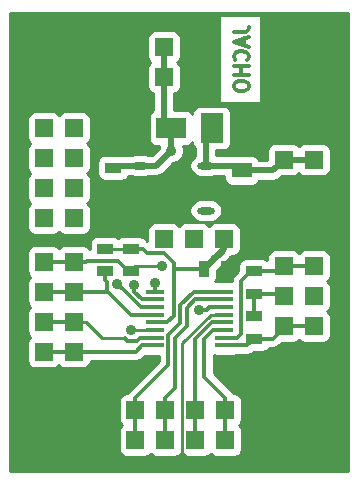
<source format=gbr>
G04 #@! TF.FileFunction,Copper,L2,Bot,Signal*
%FSLAX46Y46*%
G04 Gerber Fmt 4.6, Leading zero omitted, Abs format (unit mm)*
G04 Created by KiCad (PCBNEW 0.201503251001+5534~22~ubuntu14.04.1-product) date St 25. březen 2015, 23:52:07 CET*
%MOMM*%
G01*
G04 APERTURE LIST*
%ADD10C,0.300000*%
%ADD11R,1.524000X1.524000*%
%ADD12C,6.000000*%
%ADD13O,1.473200X0.609600*%
%ADD14R,1.397000X0.889000*%
%ADD15R,1.699260X1.300480*%
%ADD16R,2.499360X1.800860*%
%ADD17R,0.889000X1.397000*%
%ADD18R,1.950720X2.499360*%
%ADD19R,1.500000X0.450000*%
%ADD20C,0.889000*%
%ADD21C,0.500000*%
%ADD22C,0.254000*%
G04 APERTURE END LIST*
D10*
X19894952Y38087333D02*
X20780667Y38087333D01*
X20957810Y38146381D01*
X21075905Y38264476D01*
X21134952Y38441619D01*
X21134952Y38559714D01*
X20780667Y37555905D02*
X20780667Y36965428D01*
X21134952Y37674000D02*
X19894952Y37260666D01*
X21134952Y36847333D01*
X21016857Y35725428D02*
X21075905Y35784476D01*
X21134952Y35961619D01*
X21134952Y36079714D01*
X21075905Y36256857D01*
X20957810Y36374952D01*
X20839714Y36434000D01*
X20603524Y36493048D01*
X20426381Y36493048D01*
X20190190Y36434000D01*
X20072095Y36374952D01*
X19954000Y36256857D01*
X19894952Y36079714D01*
X19894952Y35961619D01*
X19954000Y35784476D01*
X20013048Y35725428D01*
X21134952Y35194000D02*
X19894952Y35194000D01*
X20485429Y35194000D02*
X20485429Y34485428D01*
X21134952Y34485428D02*
X19894952Y34485428D01*
X19894952Y33658761D02*
X19894952Y33422571D01*
X19954000Y33304476D01*
X20072095Y33186380D01*
X20308286Y33127333D01*
X20721619Y33127333D01*
X20957810Y33186380D01*
X21075905Y33304476D01*
X21134952Y33422571D01*
X21134952Y33658761D01*
X21075905Y33776857D01*
X20957810Y33894952D01*
X20721619Y33954000D01*
X20308286Y33954000D01*
X20072095Y33894952D01*
X19954000Y33776857D01*
X19894952Y33658761D01*
D11*
X11430000Y34290000D03*
X11430000Y36830000D03*
X13970000Y34290000D03*
X13970000Y36830000D03*
X16510000Y34290000D03*
X16510000Y36830000D03*
X3810000Y13589000D03*
X6350000Y13589000D03*
X3810000Y11049000D03*
X6350000Y11049000D03*
X6350000Y18669000D03*
X3810000Y18669000D03*
X3810000Y16129000D03*
X6350000Y16129000D03*
X24130000Y29845000D03*
X26670000Y29845000D03*
X24130000Y27305000D03*
X26670000Y27305000D03*
X24130000Y24765000D03*
X26670000Y24765000D03*
X11557000Y3556000D03*
X11557000Y6096000D03*
X14097000Y3556000D03*
X14097000Y6096000D03*
X16637000Y6096000D03*
X16637000Y3556000D03*
X19177000Y6096000D03*
X19177000Y3556000D03*
X6350000Y27432000D03*
X3810000Y27432000D03*
X3810000Y24892000D03*
X6350000Y24892000D03*
X6350000Y22352000D03*
X3810000Y22352000D03*
X3810000Y29972000D03*
X6350000Y29972000D03*
X13970000Y20574000D03*
X16510000Y20574000D03*
X19050000Y20574000D03*
X24130000Y20828000D03*
X26670000Y20828000D03*
X24130000Y18288000D03*
X26670000Y18288000D03*
X24130000Y15748000D03*
X26670000Y15748000D03*
X24130000Y13208000D03*
X26670000Y13208000D03*
X24130000Y10668000D03*
X26670000Y10668000D03*
D12*
X5080000Y35560000D03*
X5080000Y5080000D03*
X25400000Y35560000D03*
X25400000Y5080000D03*
D13*
X17526000Y26797000D03*
X17526000Y25527000D03*
X17526000Y24257000D03*
X17526000Y22987000D03*
X11938000Y22987000D03*
X11938000Y24257000D03*
X11938000Y25527000D03*
X11938000Y26797000D03*
D14*
X21590000Y15938500D03*
X21590000Y17843500D03*
X21590000Y14033500D03*
X21590000Y12128500D03*
X9017000Y19748500D03*
X9017000Y17843500D03*
X11176000Y19748500D03*
X11176000Y17843500D03*
D15*
X20574000Y22887940D03*
X20574000Y26388060D03*
D16*
X10574020Y29972000D03*
X14571980Y29972000D03*
D17*
X17335500Y18034000D03*
X19240500Y18034000D03*
D18*
X21107400Y29972000D03*
X18008600Y29972000D03*
D14*
X9652000Y26606500D03*
X9652000Y24701500D03*
D19*
X19079000Y16118000D03*
X19079000Y15468000D03*
X19079000Y14818000D03*
X19079000Y14168000D03*
X19079000Y13518000D03*
X19079000Y12868000D03*
X19079000Y12218000D03*
X19079000Y11568000D03*
X13179000Y11568000D03*
X13179000Y12218000D03*
X13179000Y12868000D03*
X13179000Y13518000D03*
X13179000Y14168000D03*
X13179000Y14818000D03*
X13179000Y15468000D03*
X13179000Y16118000D03*
D20*
X14605000Y28067000D03*
X24130000Y27305000D03*
X13843000Y18288000D03*
X16930231Y14565769D03*
X11477518Y16700488D03*
X10034704Y16777689D03*
X11176000Y12890500D03*
X13208000Y16890999D03*
D10*
X13970000Y36830000D02*
X13970000Y34290000D01*
D21*
X13970000Y30573980D02*
X14571980Y29972000D01*
X13970000Y36830000D02*
X13970000Y30573980D01*
X9842500Y26797000D02*
X9652000Y26606500D01*
X11938000Y26797000D02*
X9842500Y26797000D01*
X14605000Y29938980D02*
X14571980Y29972000D01*
X14605000Y28067000D02*
X14605000Y29938980D01*
X13335000Y26797000D02*
X14605000Y28067000D01*
X11938000Y26797000D02*
X13335000Y26797000D01*
D22*
X16332198Y1651000D02*
X21971000Y1651000D01*
X21971000Y1651000D02*
X25400000Y5080000D01*
X19079000Y14168000D02*
X17928040Y14168000D01*
X17928040Y14168000D02*
X15493999Y11733959D01*
X15493999Y11733959D02*
X15493999Y2489199D01*
X15493999Y2489199D02*
X16332198Y1651000D01*
D21*
X19050000Y20574000D02*
X19050000Y19748500D01*
X19050000Y19748500D02*
X17335500Y18034000D01*
D10*
X14809448Y18040894D02*
X14816342Y18034000D01*
X14816342Y18034000D02*
X17335500Y18034000D01*
X14809448Y17837150D02*
X14809448Y18040894D01*
X14809448Y15253948D02*
X14809448Y17837150D01*
X14809448Y17837150D02*
X14809448Y18577334D01*
X14809448Y18577334D02*
X13978783Y19407999D01*
X13978783Y19407999D02*
X12515001Y19407999D01*
X12515001Y19407999D02*
X12174500Y19748500D01*
X12174500Y19748500D02*
X11176000Y19748500D01*
D22*
X17335500Y18288000D02*
X18161001Y19113501D01*
X18161001Y19113501D02*
X18605501Y19113501D01*
X19050000Y19558000D02*
X19050000Y20574000D01*
X18605501Y19113501D02*
X19050000Y19558000D01*
X9017000Y19748500D02*
X11176000Y19748500D01*
D21*
X17526000Y29489400D02*
X18008600Y29972000D01*
X17526000Y26797000D02*
X17526000Y29489400D01*
X20165060Y26797000D02*
X20574000Y26388060D01*
X17526000Y26797000D02*
X20165060Y26797000D01*
X23213060Y26388060D02*
X24130000Y27305000D01*
X20574000Y26388060D02*
X23213060Y26388060D01*
X24130000Y27305000D02*
X26670000Y27305000D01*
D10*
X17335500Y17780000D02*
X17335500Y18034000D01*
X14809448Y14098448D02*
X14809448Y15253948D01*
X14229000Y13518000D02*
X14809448Y14098448D01*
X13179000Y13518000D02*
X14229000Y13518000D01*
X17335500Y18034000D02*
X17335500Y18288000D01*
X11710281Y11978499D02*
X10883759Y11978499D01*
X13179000Y12218000D02*
X11949782Y12218000D01*
X10883759Y11978499D02*
X10644258Y12218000D01*
X11949782Y12218000D02*
X11710281Y11978499D01*
D22*
X6350000Y13589000D02*
X7366000Y13589000D01*
X7366000Y13589000D02*
X8737000Y12218000D01*
X8737000Y12218000D02*
X10644258Y12218000D01*
D10*
X3810000Y13589000D02*
X6350000Y13589000D01*
X11610000Y11049000D02*
X6350000Y11049000D01*
X12129000Y11568000D02*
X11610000Y11049000D01*
X13179000Y11568000D02*
X12129000Y11568000D01*
X3810000Y11049000D02*
X6350000Y11049000D01*
X19079000Y14818000D02*
X17827079Y14818000D01*
X17574848Y14565769D02*
X16930231Y14565769D01*
X17827079Y14818000D02*
X17574848Y14565769D01*
D22*
X13843000Y18288000D02*
X11620500Y18288000D01*
X11620500Y18288000D02*
X11176000Y17843500D01*
D10*
X11469904Y18137404D02*
X11176000Y17843500D01*
X11176000Y17843500D02*
X10887202Y17843500D01*
X10887202Y17843500D02*
X10038701Y18692001D01*
X10038701Y18692001D02*
X7435001Y18692001D01*
X7435001Y18692001D02*
X7412000Y18669000D01*
X7412000Y18669000D02*
X6350000Y18669000D01*
X11499832Y18167332D02*
X11176000Y17843500D01*
X3810000Y18669000D02*
X6350000Y18669000D01*
X9017000Y17843500D02*
X9017000Y17099000D01*
X9017000Y17099000D02*
X9186203Y16929797D01*
X9186203Y16929797D02*
X9186203Y16199579D01*
X9186203Y16199579D02*
X9256782Y16129000D01*
X13179000Y14168000D02*
X11217782Y14168000D01*
X9256782Y16129000D02*
X8047000Y16129000D01*
X11217782Y14168000D02*
X9256782Y16129000D01*
X7412000Y16129000D02*
X6350000Y16129000D01*
X8047000Y16129000D02*
X7412000Y16129000D01*
X3810000Y16129000D02*
X6350000Y16129000D01*
X15363458Y13452458D02*
X14333001Y12422001D01*
X16499000Y16118000D02*
X15363458Y14982458D01*
X15363458Y14982458D02*
X15363458Y13452458D01*
X19079000Y16118000D02*
X16499000Y16118000D01*
X14333001Y12422001D02*
X14333001Y9934001D01*
X14333001Y9934001D02*
X11557000Y7158000D01*
X11557000Y7158000D02*
X11557000Y6096000D01*
X11557000Y3556000D02*
X11557000Y6096000D01*
X19079000Y15468000D02*
X16632488Y15468000D01*
X14887011Y12192523D02*
X14887011Y7948011D01*
X16632488Y15468000D02*
X15917468Y14752980D01*
X15917468Y14752980D02*
X15917468Y13222980D01*
X15917468Y13222980D02*
X14887011Y12192523D01*
X14887011Y7948011D02*
X14097000Y7158000D01*
X14097000Y7158000D02*
X14097000Y6096000D01*
X14097000Y3556000D02*
X14097000Y6096000D01*
X16637000Y7158000D02*
X16637000Y6096000D01*
X16637000Y12126000D02*
X16637000Y7158000D01*
X18029000Y13518000D02*
X16637000Y12126000D01*
X19079000Y13518000D02*
X18029000Y13518000D01*
X16637000Y3556000D02*
X16637000Y6096000D01*
X18162488Y12868000D02*
X17399000Y12104512D01*
X19079000Y12868000D02*
X18162488Y12868000D01*
X19177000Y7158000D02*
X19177000Y6096000D01*
X17399000Y8936000D02*
X19177000Y7158000D01*
X17399000Y12104512D02*
X17399000Y8936000D01*
X19177000Y3556000D02*
X19177000Y6096000D01*
X13179000Y15468000D02*
X12129000Y15468000D01*
X12129000Y15468000D02*
X11477518Y16119482D01*
X11477518Y16119482D02*
X11477518Y16700488D01*
X10479203Y16333190D02*
X10034704Y16777689D01*
X13179000Y14818000D02*
X11994393Y14818000D01*
X11994393Y14818000D02*
X10479203Y16333190D01*
D22*
X11198500Y12868000D02*
X11176000Y12890500D01*
X13179000Y12868000D02*
X11198500Y12868000D01*
D10*
X21590000Y15938500D02*
X23939500Y15938500D01*
X23939500Y15938500D02*
X24130000Y15748000D01*
X21590000Y14033500D02*
X21590000Y15938500D01*
X21463000Y15811500D02*
X21717000Y15811500D01*
X24130000Y18224500D02*
X24130000Y18288000D01*
X20487499Y16994999D02*
X21336000Y17843500D01*
X21336000Y17843500D02*
X21590000Y17843500D01*
X20487499Y12576499D02*
X20487499Y16994999D01*
X20129000Y12218000D02*
X20487499Y12576499D01*
X19079000Y12218000D02*
X20129000Y12218000D01*
X23685500Y17843500D02*
X24130000Y18288000D01*
X21590000Y17843500D02*
X23685500Y17843500D01*
X24130000Y18288000D02*
X26670000Y18288000D01*
X24130000Y13081000D02*
X23177500Y12128500D01*
X23177500Y12128500D02*
X21590000Y12128500D01*
X24130000Y13208000D02*
X24130000Y13081000D01*
X19079000Y11568000D02*
X21029500Y11568000D01*
X21029500Y11568000D02*
X21590000Y12128500D01*
X24130000Y13208000D02*
X26670000Y13208000D01*
X13179000Y16861999D02*
X13208000Y16890999D01*
X13179000Y16118000D02*
X13179000Y16861999D01*
D22*
G36*
X29541000Y939000D02*
X28079440Y939000D01*
X28079440Y12446000D01*
X28079440Y13970000D01*
X28032463Y14212123D01*
X27892673Y14424927D01*
X27814458Y14477723D01*
X27886927Y14525327D01*
X28029377Y14736360D01*
X28079440Y14986000D01*
X28079440Y16510000D01*
X28032463Y16752123D01*
X27892673Y16964927D01*
X27814458Y17017723D01*
X27886927Y17065327D01*
X28029377Y17276360D01*
X28079440Y17526000D01*
X28079440Y19050000D01*
X28079440Y26543000D01*
X28079440Y28067000D01*
X28032463Y28309123D01*
X27892673Y28521927D01*
X27681640Y28664377D01*
X27432000Y28714440D01*
X25908000Y28714440D01*
X25665877Y28667463D01*
X25453073Y28527673D01*
X25400277Y28449459D01*
X25352673Y28521927D01*
X25141640Y28664377D01*
X24892000Y28714440D01*
X23368000Y28714440D01*
X23125877Y28667463D01*
X22913073Y28527673D01*
X22770623Y28316640D01*
X22720560Y28067000D01*
X22720560Y27273060D01*
X22227000Y27273060D01*
X22227000Y32106143D01*
X22227000Y39521858D01*
X18621000Y39521858D01*
X18621000Y32106143D01*
X22227000Y32106143D01*
X22227000Y27273060D01*
X22025521Y27273060D01*
X22024093Y27280423D01*
X21884303Y27493227D01*
X21673270Y27635677D01*
X21423630Y27685740D01*
X19724370Y27685740D01*
X19705093Y27682000D01*
X18411000Y27682000D01*
X18411000Y28074880D01*
X18983960Y28074880D01*
X19226083Y28121857D01*
X19438887Y28261647D01*
X19581337Y28472680D01*
X19631400Y28722320D01*
X19631400Y31221680D01*
X19584423Y31463803D01*
X19444633Y31676607D01*
X19233600Y31819057D01*
X18983960Y31869120D01*
X17033240Y31869120D01*
X16791117Y31822143D01*
X16578313Y31682353D01*
X16435863Y31471320D01*
X16385800Y31221680D01*
X16385800Y31169847D01*
X16282333Y31327357D01*
X16071300Y31469807D01*
X15821660Y31519870D01*
X14855000Y31519870D01*
X14855000Y32904425D01*
X14974123Y32927537D01*
X15186927Y33067327D01*
X15329377Y33278360D01*
X15379440Y33528000D01*
X15379440Y35052000D01*
X15332463Y35294123D01*
X15192673Y35506927D01*
X15114458Y35559723D01*
X15186927Y35607327D01*
X15329377Y35818360D01*
X15379440Y36068000D01*
X15379440Y37592000D01*
X15332463Y37834123D01*
X15192673Y38046927D01*
X14981640Y38189377D01*
X14732000Y38239440D01*
X13208000Y38239440D01*
X12965877Y38192463D01*
X12753073Y38052673D01*
X12610623Y37841640D01*
X12560560Y37592000D01*
X12560560Y36068000D01*
X12607537Y35825877D01*
X12747327Y35613073D01*
X12825541Y35560278D01*
X12753073Y35512673D01*
X12610623Y35301640D01*
X12560560Y35052000D01*
X12560560Y33528000D01*
X12607537Y33285877D01*
X12747327Y33073073D01*
X12958360Y32930623D01*
X13085000Y32905227D01*
X13085000Y31473829D01*
X13080177Y31472893D01*
X12867373Y31333103D01*
X12724923Y31122070D01*
X12674860Y30872430D01*
X12674860Y29071570D01*
X12721837Y28829447D01*
X12861627Y28616643D01*
X13072660Y28474193D01*
X13322300Y28424130D01*
X13584427Y28424130D01*
X13525687Y28282668D01*
X13525649Y28239229D01*
X12968420Y27682000D01*
X12672169Y27682000D01*
X12396671Y27736800D01*
X11479329Y27736800D01*
X11203830Y27682000D01*
X10432478Y27682000D01*
X10350500Y27698440D01*
X8953500Y27698440D01*
X8711377Y27651463D01*
X8498573Y27511673D01*
X8356123Y27300640D01*
X8306060Y27051000D01*
X8306060Y26162000D01*
X8353037Y25919877D01*
X8492827Y25707073D01*
X8703860Y25564623D01*
X8953500Y25514560D01*
X10350500Y25514560D01*
X10592623Y25561537D01*
X10805427Y25701327D01*
X10947633Y25912000D01*
X11203830Y25912000D01*
X11479329Y25857200D01*
X12396671Y25857200D01*
X12672169Y25912000D01*
X13334994Y25912000D01*
X13335000Y25911999D01*
X13335000Y25912000D01*
X13617484Y25968190D01*
X13673674Y25979367D01*
X13673675Y25979367D01*
X13960790Y26171210D01*
X14776928Y26987350D01*
X14818784Y26987313D01*
X15215689Y27151311D01*
X15519622Y27454714D01*
X15684313Y27851332D01*
X15684687Y28280784D01*
X15625457Y28424130D01*
X15821660Y28424130D01*
X16063783Y28471107D01*
X16276587Y28610897D01*
X16385800Y28772691D01*
X16385800Y28722320D01*
X16432777Y28480197D01*
X16572567Y28267393D01*
X16641000Y28221200D01*
X16641000Y27620706D01*
X16402790Y27461539D01*
X16199067Y27156646D01*
X16127529Y26797000D01*
X16199067Y26437354D01*
X16402790Y26132461D01*
X16707683Y25928738D01*
X17067329Y25857200D01*
X17984671Y25857200D01*
X18260169Y25912000D01*
X19076930Y25912000D01*
X19076930Y25737820D01*
X19123907Y25495697D01*
X19263697Y25282893D01*
X19474730Y25140443D01*
X19724370Y25090380D01*
X21423630Y25090380D01*
X21665753Y25137357D01*
X21878557Y25277147D01*
X22021007Y25488180D01*
X22023991Y25503060D01*
X23213054Y25503060D01*
X23213060Y25503059D01*
X23213060Y25503060D01*
X23495544Y25559250D01*
X23551734Y25570427D01*
X23551735Y25570427D01*
X23838850Y25762270D01*
X23972139Y25895560D01*
X24892000Y25895560D01*
X25134123Y25942537D01*
X25346927Y26082327D01*
X25399722Y26160542D01*
X25447327Y26088073D01*
X25658360Y25945623D01*
X25908000Y25895560D01*
X27432000Y25895560D01*
X27674123Y25942537D01*
X27886927Y26082327D01*
X28029377Y26293360D01*
X28079440Y26543000D01*
X28079440Y19050000D01*
X28032463Y19292123D01*
X27892673Y19504927D01*
X27681640Y19647377D01*
X27432000Y19697440D01*
X25908000Y19697440D01*
X25665877Y19650463D01*
X25453073Y19510673D01*
X25400277Y19432459D01*
X25352673Y19504927D01*
X25141640Y19647377D01*
X24892000Y19697440D01*
X23368000Y19697440D01*
X23125877Y19650463D01*
X22913073Y19510673D01*
X22770623Y19299640D01*
X22720560Y19050000D01*
X22720560Y18762241D01*
X22538140Y18885377D01*
X22288500Y18935440D01*
X20891500Y18935440D01*
X20649377Y18888463D01*
X20436573Y18748673D01*
X20294123Y18537640D01*
X20244060Y18288000D01*
X20244060Y17861718D01*
X19932420Y17550078D01*
X19762254Y17295406D01*
X19702499Y16994999D01*
X19702499Y16990440D01*
X18329000Y16990440D01*
X18310551Y16986861D01*
X18377377Y17085860D01*
X18427440Y17335500D01*
X18427440Y17874361D01*
X19094437Y18541359D01*
X19144316Y18574686D01*
X19588815Y19019185D01*
X19588816Y19019185D01*
X19622146Y19069068D01*
X19675786Y19122708D01*
X19675789Y19122710D01*
X19675790Y19122710D01*
X19703752Y19164560D01*
X19703753Y19164560D01*
X19812000Y19164560D01*
X20054123Y19211537D01*
X20266927Y19351327D01*
X20409377Y19562360D01*
X20459440Y19812000D01*
X20459440Y21336000D01*
X20412463Y21578123D01*
X20272673Y21790927D01*
X20061640Y21933377D01*
X19812000Y21983440D01*
X18924471Y21983440D01*
X18924471Y22987000D01*
X18852933Y23346646D01*
X18649210Y23651539D01*
X18344317Y23855262D01*
X17984671Y23926800D01*
X17067329Y23926800D01*
X16707683Y23855262D01*
X16402790Y23651539D01*
X16199067Y23346646D01*
X16127529Y22987000D01*
X16199067Y22627354D01*
X16402790Y22322461D01*
X16707683Y22118738D01*
X17067329Y22047200D01*
X17984671Y22047200D01*
X18344317Y22118738D01*
X18649210Y22322461D01*
X18852933Y22627354D01*
X18924471Y22987000D01*
X18924471Y21983440D01*
X18288000Y21983440D01*
X18045877Y21936463D01*
X17833073Y21796673D01*
X17780277Y21718459D01*
X17732673Y21790927D01*
X17521640Y21933377D01*
X17272000Y21983440D01*
X15748000Y21983440D01*
X15505877Y21936463D01*
X15293073Y21796673D01*
X15240277Y21718459D01*
X15192673Y21790927D01*
X14981640Y21933377D01*
X14732000Y21983440D01*
X13208000Y21983440D01*
X12965877Y21936463D01*
X12753073Y21796673D01*
X12610623Y21585640D01*
X12560560Y21336000D01*
X12560560Y20416513D01*
X12474907Y20473745D01*
X12445787Y20479538D01*
X12335173Y20647927D01*
X12124140Y20790377D01*
X11874500Y20840440D01*
X10477500Y20840440D01*
X10235377Y20793463D01*
X10096103Y20701975D01*
X9965140Y20790377D01*
X9715500Y20840440D01*
X8318500Y20840440D01*
X8076377Y20793463D01*
X7863573Y20653673D01*
X7759440Y20499404D01*
X7759440Y21590000D01*
X7759440Y23114000D01*
X7712463Y23356123D01*
X7572673Y23568927D01*
X7494458Y23621723D01*
X7566927Y23669327D01*
X7709377Y23880360D01*
X7759440Y24130000D01*
X7759440Y25654000D01*
X7712463Y25896123D01*
X7572673Y26108927D01*
X7494458Y26161723D01*
X7566927Y26209327D01*
X7709377Y26420360D01*
X7759440Y26670000D01*
X7759440Y28194000D01*
X7712463Y28436123D01*
X7572673Y28648927D01*
X7494458Y28701723D01*
X7566927Y28749327D01*
X7709377Y28960360D01*
X7759440Y29210000D01*
X7759440Y30734000D01*
X7712463Y30976123D01*
X7572673Y31188927D01*
X7361640Y31331377D01*
X7112000Y31381440D01*
X5588000Y31381440D01*
X5345877Y31334463D01*
X5133073Y31194673D01*
X5080277Y31116459D01*
X5032673Y31188927D01*
X4821640Y31331377D01*
X4572000Y31381440D01*
X3048000Y31381440D01*
X2805877Y31334463D01*
X2593073Y31194673D01*
X2450623Y30983640D01*
X2400560Y30734000D01*
X2400560Y29210000D01*
X2447537Y28967877D01*
X2587327Y28755073D01*
X2665541Y28702278D01*
X2593073Y28654673D01*
X2450623Y28443640D01*
X2400560Y28194000D01*
X2400560Y26670000D01*
X2447537Y26427877D01*
X2587327Y26215073D01*
X2665541Y26162278D01*
X2593073Y26114673D01*
X2450623Y25903640D01*
X2400560Y25654000D01*
X2400560Y24130000D01*
X2447537Y23887877D01*
X2587327Y23675073D01*
X2665541Y23622278D01*
X2593073Y23574673D01*
X2450623Y23363640D01*
X2400560Y23114000D01*
X2400560Y21590000D01*
X2447537Y21347877D01*
X2587327Y21135073D01*
X2798360Y20992623D01*
X3048000Y20942560D01*
X4572000Y20942560D01*
X4814123Y20989537D01*
X5026927Y21129327D01*
X5079722Y21207542D01*
X5127327Y21135073D01*
X5338360Y20992623D01*
X5588000Y20942560D01*
X7112000Y20942560D01*
X7354123Y20989537D01*
X7566927Y21129327D01*
X7709377Y21340360D01*
X7759440Y21590000D01*
X7759440Y20499404D01*
X7721123Y20442640D01*
X7671060Y20193000D01*
X7671060Y19736151D01*
X7572673Y19885927D01*
X7361640Y20028377D01*
X7112000Y20078440D01*
X5588000Y20078440D01*
X5345877Y20031463D01*
X5133073Y19891673D01*
X5080277Y19813459D01*
X5032673Y19885927D01*
X4821640Y20028377D01*
X4572000Y20078440D01*
X3048000Y20078440D01*
X2805877Y20031463D01*
X2593073Y19891673D01*
X2450623Y19680640D01*
X2400560Y19431000D01*
X2400560Y17907000D01*
X2447537Y17664877D01*
X2587327Y17452073D01*
X2665541Y17399278D01*
X2593073Y17351673D01*
X2450623Y17140640D01*
X2400560Y16891000D01*
X2400560Y15367000D01*
X2447537Y15124877D01*
X2587327Y14912073D01*
X2665541Y14859278D01*
X2593073Y14811673D01*
X2450623Y14600640D01*
X2400560Y14351000D01*
X2400560Y12827000D01*
X2447537Y12584877D01*
X2587327Y12372073D01*
X2665541Y12319278D01*
X2593073Y12271673D01*
X2450623Y12060640D01*
X2400560Y11811000D01*
X2400560Y10287000D01*
X2447537Y10044877D01*
X2587327Y9832073D01*
X2798360Y9689623D01*
X3048000Y9639560D01*
X4572000Y9639560D01*
X4814123Y9686537D01*
X5026927Y9826327D01*
X5079722Y9904542D01*
X5127327Y9832073D01*
X5338360Y9689623D01*
X5588000Y9639560D01*
X7112000Y9639560D01*
X7354123Y9686537D01*
X7566927Y9826327D01*
X7709377Y10037360D01*
X7754827Y10264000D01*
X11610000Y10264000D01*
X11910406Y10323755D01*
X11910407Y10323755D01*
X12165079Y10493921D01*
X12377121Y10705964D01*
X12429000Y10695560D01*
X13548001Y10695560D01*
X13548001Y10259159D01*
X11001921Y7713079D01*
X10863181Y7505440D01*
X10795000Y7505440D01*
X10552877Y7458463D01*
X10340073Y7318673D01*
X10197623Y7107640D01*
X10147560Y6858000D01*
X10147560Y5334000D01*
X10194537Y5091877D01*
X10334327Y4879073D01*
X10412541Y4826278D01*
X10340073Y4778673D01*
X10197623Y4567640D01*
X10147560Y4318000D01*
X10147560Y2794000D01*
X10194537Y2551877D01*
X10334327Y2339073D01*
X10545360Y2196623D01*
X10795000Y2146560D01*
X12319000Y2146560D01*
X12561123Y2193537D01*
X12773927Y2333327D01*
X12826722Y2411542D01*
X12874327Y2339073D01*
X13085360Y2196623D01*
X13335000Y2146560D01*
X14859000Y2146560D01*
X15101123Y2193537D01*
X15313927Y2333327D01*
X15366722Y2411542D01*
X15414327Y2339073D01*
X15625360Y2196623D01*
X15875000Y2146560D01*
X17399000Y2146560D01*
X17641123Y2193537D01*
X17853927Y2333327D01*
X17906722Y2411542D01*
X17954327Y2339073D01*
X18165360Y2196623D01*
X18415000Y2146560D01*
X19939000Y2146560D01*
X20181123Y2193537D01*
X20393927Y2333327D01*
X20536377Y2544360D01*
X20586440Y2794000D01*
X20586440Y4318000D01*
X20539463Y4560123D01*
X20399673Y4772927D01*
X20321458Y4825723D01*
X20393927Y4873327D01*
X20536377Y5084360D01*
X20586440Y5334000D01*
X20586440Y6858000D01*
X20539463Y7100123D01*
X20399673Y7312927D01*
X20188640Y7455377D01*
X19939000Y7505440D01*
X19870818Y7505440D01*
X19732079Y7713079D01*
X18184000Y9261158D01*
X18184000Y10724639D01*
X18329000Y10695560D01*
X19829000Y10695560D01*
X20071123Y10742537D01*
X20132720Y10783000D01*
X21029500Y10783000D01*
X21329906Y10842755D01*
X21329907Y10842755D01*
X21584579Y11012921D01*
X21608218Y11036560D01*
X22288500Y11036560D01*
X22530623Y11083537D01*
X22743427Y11223327D01*
X22824545Y11343500D01*
X23177500Y11343500D01*
X23477906Y11403255D01*
X23477907Y11403255D01*
X23732579Y11573421D01*
X23957718Y11798560D01*
X24892000Y11798560D01*
X25134123Y11845537D01*
X25346927Y11985327D01*
X25399722Y12063542D01*
X25447327Y11991073D01*
X25658360Y11848623D01*
X25908000Y11798560D01*
X27432000Y11798560D01*
X27674123Y11845537D01*
X27886927Y11985327D01*
X28029377Y12196360D01*
X28079440Y12446000D01*
X28079440Y939000D01*
X939000Y939000D01*
X939000Y39701000D01*
X29541000Y39701000D01*
X29541000Y939000D01*
X29541000Y939000D01*
G37*
X29541000Y939000D02*
X28079440Y939000D01*
X28079440Y12446000D01*
X28079440Y13970000D01*
X28032463Y14212123D01*
X27892673Y14424927D01*
X27814458Y14477723D01*
X27886927Y14525327D01*
X28029377Y14736360D01*
X28079440Y14986000D01*
X28079440Y16510000D01*
X28032463Y16752123D01*
X27892673Y16964927D01*
X27814458Y17017723D01*
X27886927Y17065327D01*
X28029377Y17276360D01*
X28079440Y17526000D01*
X28079440Y19050000D01*
X28079440Y26543000D01*
X28079440Y28067000D01*
X28032463Y28309123D01*
X27892673Y28521927D01*
X27681640Y28664377D01*
X27432000Y28714440D01*
X25908000Y28714440D01*
X25665877Y28667463D01*
X25453073Y28527673D01*
X25400277Y28449459D01*
X25352673Y28521927D01*
X25141640Y28664377D01*
X24892000Y28714440D01*
X23368000Y28714440D01*
X23125877Y28667463D01*
X22913073Y28527673D01*
X22770623Y28316640D01*
X22720560Y28067000D01*
X22720560Y27273060D01*
X22227000Y27273060D01*
X22227000Y32106143D01*
X22227000Y39521858D01*
X18621000Y39521858D01*
X18621000Y32106143D01*
X22227000Y32106143D01*
X22227000Y27273060D01*
X22025521Y27273060D01*
X22024093Y27280423D01*
X21884303Y27493227D01*
X21673270Y27635677D01*
X21423630Y27685740D01*
X19724370Y27685740D01*
X19705093Y27682000D01*
X18411000Y27682000D01*
X18411000Y28074880D01*
X18983960Y28074880D01*
X19226083Y28121857D01*
X19438887Y28261647D01*
X19581337Y28472680D01*
X19631400Y28722320D01*
X19631400Y31221680D01*
X19584423Y31463803D01*
X19444633Y31676607D01*
X19233600Y31819057D01*
X18983960Y31869120D01*
X17033240Y31869120D01*
X16791117Y31822143D01*
X16578313Y31682353D01*
X16435863Y31471320D01*
X16385800Y31221680D01*
X16385800Y31169847D01*
X16282333Y31327357D01*
X16071300Y31469807D01*
X15821660Y31519870D01*
X14855000Y31519870D01*
X14855000Y32904425D01*
X14974123Y32927537D01*
X15186927Y33067327D01*
X15329377Y33278360D01*
X15379440Y33528000D01*
X15379440Y35052000D01*
X15332463Y35294123D01*
X15192673Y35506927D01*
X15114458Y35559723D01*
X15186927Y35607327D01*
X15329377Y35818360D01*
X15379440Y36068000D01*
X15379440Y37592000D01*
X15332463Y37834123D01*
X15192673Y38046927D01*
X14981640Y38189377D01*
X14732000Y38239440D01*
X13208000Y38239440D01*
X12965877Y38192463D01*
X12753073Y38052673D01*
X12610623Y37841640D01*
X12560560Y37592000D01*
X12560560Y36068000D01*
X12607537Y35825877D01*
X12747327Y35613073D01*
X12825541Y35560278D01*
X12753073Y35512673D01*
X12610623Y35301640D01*
X12560560Y35052000D01*
X12560560Y33528000D01*
X12607537Y33285877D01*
X12747327Y33073073D01*
X12958360Y32930623D01*
X13085000Y32905227D01*
X13085000Y31473829D01*
X13080177Y31472893D01*
X12867373Y31333103D01*
X12724923Y31122070D01*
X12674860Y30872430D01*
X12674860Y29071570D01*
X12721837Y28829447D01*
X12861627Y28616643D01*
X13072660Y28474193D01*
X13322300Y28424130D01*
X13584427Y28424130D01*
X13525687Y28282668D01*
X13525649Y28239229D01*
X12968420Y27682000D01*
X12672169Y27682000D01*
X12396671Y27736800D01*
X11479329Y27736800D01*
X11203830Y27682000D01*
X10432478Y27682000D01*
X10350500Y27698440D01*
X8953500Y27698440D01*
X8711377Y27651463D01*
X8498573Y27511673D01*
X8356123Y27300640D01*
X8306060Y27051000D01*
X8306060Y26162000D01*
X8353037Y25919877D01*
X8492827Y25707073D01*
X8703860Y25564623D01*
X8953500Y25514560D01*
X10350500Y25514560D01*
X10592623Y25561537D01*
X10805427Y25701327D01*
X10947633Y25912000D01*
X11203830Y25912000D01*
X11479329Y25857200D01*
X12396671Y25857200D01*
X12672169Y25912000D01*
X13334994Y25912000D01*
X13335000Y25911999D01*
X13335000Y25912000D01*
X13617484Y25968190D01*
X13673674Y25979367D01*
X13673675Y25979367D01*
X13960790Y26171210D01*
X14776928Y26987350D01*
X14818784Y26987313D01*
X15215689Y27151311D01*
X15519622Y27454714D01*
X15684313Y27851332D01*
X15684687Y28280784D01*
X15625457Y28424130D01*
X15821660Y28424130D01*
X16063783Y28471107D01*
X16276587Y28610897D01*
X16385800Y28772691D01*
X16385800Y28722320D01*
X16432777Y28480197D01*
X16572567Y28267393D01*
X16641000Y28221200D01*
X16641000Y27620706D01*
X16402790Y27461539D01*
X16199067Y27156646D01*
X16127529Y26797000D01*
X16199067Y26437354D01*
X16402790Y26132461D01*
X16707683Y25928738D01*
X17067329Y25857200D01*
X17984671Y25857200D01*
X18260169Y25912000D01*
X19076930Y25912000D01*
X19076930Y25737820D01*
X19123907Y25495697D01*
X19263697Y25282893D01*
X19474730Y25140443D01*
X19724370Y25090380D01*
X21423630Y25090380D01*
X21665753Y25137357D01*
X21878557Y25277147D01*
X22021007Y25488180D01*
X22023991Y25503060D01*
X23213054Y25503060D01*
X23213060Y25503059D01*
X23213060Y25503060D01*
X23495544Y25559250D01*
X23551734Y25570427D01*
X23551735Y25570427D01*
X23838850Y25762270D01*
X23972139Y25895560D01*
X24892000Y25895560D01*
X25134123Y25942537D01*
X25346927Y26082327D01*
X25399722Y26160542D01*
X25447327Y26088073D01*
X25658360Y25945623D01*
X25908000Y25895560D01*
X27432000Y25895560D01*
X27674123Y25942537D01*
X27886927Y26082327D01*
X28029377Y26293360D01*
X28079440Y26543000D01*
X28079440Y19050000D01*
X28032463Y19292123D01*
X27892673Y19504927D01*
X27681640Y19647377D01*
X27432000Y19697440D01*
X25908000Y19697440D01*
X25665877Y19650463D01*
X25453073Y19510673D01*
X25400277Y19432459D01*
X25352673Y19504927D01*
X25141640Y19647377D01*
X24892000Y19697440D01*
X23368000Y19697440D01*
X23125877Y19650463D01*
X22913073Y19510673D01*
X22770623Y19299640D01*
X22720560Y19050000D01*
X22720560Y18762241D01*
X22538140Y18885377D01*
X22288500Y18935440D01*
X20891500Y18935440D01*
X20649377Y18888463D01*
X20436573Y18748673D01*
X20294123Y18537640D01*
X20244060Y18288000D01*
X20244060Y17861718D01*
X19932420Y17550078D01*
X19762254Y17295406D01*
X19702499Y16994999D01*
X19702499Y16990440D01*
X18329000Y16990440D01*
X18310551Y16986861D01*
X18377377Y17085860D01*
X18427440Y17335500D01*
X18427440Y17874361D01*
X19094437Y18541359D01*
X19144316Y18574686D01*
X19588815Y19019185D01*
X19588816Y19019185D01*
X19622146Y19069068D01*
X19675786Y19122708D01*
X19675789Y19122710D01*
X19675790Y19122710D01*
X19703752Y19164560D01*
X19703753Y19164560D01*
X19812000Y19164560D01*
X20054123Y19211537D01*
X20266927Y19351327D01*
X20409377Y19562360D01*
X20459440Y19812000D01*
X20459440Y21336000D01*
X20412463Y21578123D01*
X20272673Y21790927D01*
X20061640Y21933377D01*
X19812000Y21983440D01*
X18924471Y21983440D01*
X18924471Y22987000D01*
X18852933Y23346646D01*
X18649210Y23651539D01*
X18344317Y23855262D01*
X17984671Y23926800D01*
X17067329Y23926800D01*
X16707683Y23855262D01*
X16402790Y23651539D01*
X16199067Y23346646D01*
X16127529Y22987000D01*
X16199067Y22627354D01*
X16402790Y22322461D01*
X16707683Y22118738D01*
X17067329Y22047200D01*
X17984671Y22047200D01*
X18344317Y22118738D01*
X18649210Y22322461D01*
X18852933Y22627354D01*
X18924471Y22987000D01*
X18924471Y21983440D01*
X18288000Y21983440D01*
X18045877Y21936463D01*
X17833073Y21796673D01*
X17780277Y21718459D01*
X17732673Y21790927D01*
X17521640Y21933377D01*
X17272000Y21983440D01*
X15748000Y21983440D01*
X15505877Y21936463D01*
X15293073Y21796673D01*
X15240277Y21718459D01*
X15192673Y21790927D01*
X14981640Y21933377D01*
X14732000Y21983440D01*
X13208000Y21983440D01*
X12965877Y21936463D01*
X12753073Y21796673D01*
X12610623Y21585640D01*
X12560560Y21336000D01*
X12560560Y20416513D01*
X12474907Y20473745D01*
X12445787Y20479538D01*
X12335173Y20647927D01*
X12124140Y20790377D01*
X11874500Y20840440D01*
X10477500Y20840440D01*
X10235377Y20793463D01*
X10096103Y20701975D01*
X9965140Y20790377D01*
X9715500Y20840440D01*
X8318500Y20840440D01*
X8076377Y20793463D01*
X7863573Y20653673D01*
X7759440Y20499404D01*
X7759440Y21590000D01*
X7759440Y23114000D01*
X7712463Y23356123D01*
X7572673Y23568927D01*
X7494458Y23621723D01*
X7566927Y23669327D01*
X7709377Y23880360D01*
X7759440Y24130000D01*
X7759440Y25654000D01*
X7712463Y25896123D01*
X7572673Y26108927D01*
X7494458Y26161723D01*
X7566927Y26209327D01*
X7709377Y26420360D01*
X7759440Y26670000D01*
X7759440Y28194000D01*
X7712463Y28436123D01*
X7572673Y28648927D01*
X7494458Y28701723D01*
X7566927Y28749327D01*
X7709377Y28960360D01*
X7759440Y29210000D01*
X7759440Y30734000D01*
X7712463Y30976123D01*
X7572673Y31188927D01*
X7361640Y31331377D01*
X7112000Y31381440D01*
X5588000Y31381440D01*
X5345877Y31334463D01*
X5133073Y31194673D01*
X5080277Y31116459D01*
X5032673Y31188927D01*
X4821640Y31331377D01*
X4572000Y31381440D01*
X3048000Y31381440D01*
X2805877Y31334463D01*
X2593073Y31194673D01*
X2450623Y30983640D01*
X2400560Y30734000D01*
X2400560Y29210000D01*
X2447537Y28967877D01*
X2587327Y28755073D01*
X2665541Y28702278D01*
X2593073Y28654673D01*
X2450623Y28443640D01*
X2400560Y28194000D01*
X2400560Y26670000D01*
X2447537Y26427877D01*
X2587327Y26215073D01*
X2665541Y26162278D01*
X2593073Y26114673D01*
X2450623Y25903640D01*
X2400560Y25654000D01*
X2400560Y24130000D01*
X2447537Y23887877D01*
X2587327Y23675073D01*
X2665541Y23622278D01*
X2593073Y23574673D01*
X2450623Y23363640D01*
X2400560Y23114000D01*
X2400560Y21590000D01*
X2447537Y21347877D01*
X2587327Y21135073D01*
X2798360Y20992623D01*
X3048000Y20942560D01*
X4572000Y20942560D01*
X4814123Y20989537D01*
X5026927Y21129327D01*
X5079722Y21207542D01*
X5127327Y21135073D01*
X5338360Y20992623D01*
X5588000Y20942560D01*
X7112000Y20942560D01*
X7354123Y20989537D01*
X7566927Y21129327D01*
X7709377Y21340360D01*
X7759440Y21590000D01*
X7759440Y20499404D01*
X7721123Y20442640D01*
X7671060Y20193000D01*
X7671060Y19736151D01*
X7572673Y19885927D01*
X7361640Y20028377D01*
X7112000Y20078440D01*
X5588000Y20078440D01*
X5345877Y20031463D01*
X5133073Y19891673D01*
X5080277Y19813459D01*
X5032673Y19885927D01*
X4821640Y20028377D01*
X4572000Y20078440D01*
X3048000Y20078440D01*
X2805877Y20031463D01*
X2593073Y19891673D01*
X2450623Y19680640D01*
X2400560Y19431000D01*
X2400560Y17907000D01*
X2447537Y17664877D01*
X2587327Y17452073D01*
X2665541Y17399278D01*
X2593073Y17351673D01*
X2450623Y17140640D01*
X2400560Y16891000D01*
X2400560Y15367000D01*
X2447537Y15124877D01*
X2587327Y14912073D01*
X2665541Y14859278D01*
X2593073Y14811673D01*
X2450623Y14600640D01*
X2400560Y14351000D01*
X2400560Y12827000D01*
X2447537Y12584877D01*
X2587327Y12372073D01*
X2665541Y12319278D01*
X2593073Y12271673D01*
X2450623Y12060640D01*
X2400560Y11811000D01*
X2400560Y10287000D01*
X2447537Y10044877D01*
X2587327Y9832073D01*
X2798360Y9689623D01*
X3048000Y9639560D01*
X4572000Y9639560D01*
X4814123Y9686537D01*
X5026927Y9826327D01*
X5079722Y9904542D01*
X5127327Y9832073D01*
X5338360Y9689623D01*
X5588000Y9639560D01*
X7112000Y9639560D01*
X7354123Y9686537D01*
X7566927Y9826327D01*
X7709377Y10037360D01*
X7754827Y10264000D01*
X11610000Y10264000D01*
X11910406Y10323755D01*
X11910407Y10323755D01*
X12165079Y10493921D01*
X12377121Y10705964D01*
X12429000Y10695560D01*
X13548001Y10695560D01*
X13548001Y10259159D01*
X11001921Y7713079D01*
X10863181Y7505440D01*
X10795000Y7505440D01*
X10552877Y7458463D01*
X10340073Y7318673D01*
X10197623Y7107640D01*
X10147560Y6858000D01*
X10147560Y5334000D01*
X10194537Y5091877D01*
X10334327Y4879073D01*
X10412541Y4826278D01*
X10340073Y4778673D01*
X10197623Y4567640D01*
X10147560Y4318000D01*
X10147560Y2794000D01*
X10194537Y2551877D01*
X10334327Y2339073D01*
X10545360Y2196623D01*
X10795000Y2146560D01*
X12319000Y2146560D01*
X12561123Y2193537D01*
X12773927Y2333327D01*
X12826722Y2411542D01*
X12874327Y2339073D01*
X13085360Y2196623D01*
X13335000Y2146560D01*
X14859000Y2146560D01*
X15101123Y2193537D01*
X15313927Y2333327D01*
X15366722Y2411542D01*
X15414327Y2339073D01*
X15625360Y2196623D01*
X15875000Y2146560D01*
X17399000Y2146560D01*
X17641123Y2193537D01*
X17853927Y2333327D01*
X17906722Y2411542D01*
X17954327Y2339073D01*
X18165360Y2196623D01*
X18415000Y2146560D01*
X19939000Y2146560D01*
X20181123Y2193537D01*
X20393927Y2333327D01*
X20536377Y2544360D01*
X20586440Y2794000D01*
X20586440Y4318000D01*
X20539463Y4560123D01*
X20399673Y4772927D01*
X20321458Y4825723D01*
X20393927Y4873327D01*
X20536377Y5084360D01*
X20586440Y5334000D01*
X20586440Y6858000D01*
X20539463Y7100123D01*
X20399673Y7312927D01*
X20188640Y7455377D01*
X19939000Y7505440D01*
X19870818Y7505440D01*
X19732079Y7713079D01*
X18184000Y9261158D01*
X18184000Y10724639D01*
X18329000Y10695560D01*
X19829000Y10695560D01*
X20071123Y10742537D01*
X20132720Y10783000D01*
X21029500Y10783000D01*
X21329906Y10842755D01*
X21329907Y10842755D01*
X21584579Y11012921D01*
X21608218Y11036560D01*
X22288500Y11036560D01*
X22530623Y11083537D01*
X22743427Y11223327D01*
X22824545Y11343500D01*
X23177500Y11343500D01*
X23477906Y11403255D01*
X23477907Y11403255D01*
X23732579Y11573421D01*
X23957718Y11798560D01*
X24892000Y11798560D01*
X25134123Y11845537D01*
X25346927Y11985327D01*
X25399722Y12063542D01*
X25447327Y11991073D01*
X25658360Y11848623D01*
X25908000Y11798560D01*
X27432000Y11798560D01*
X27674123Y11845537D01*
X27886927Y11985327D01*
X28029377Y12196360D01*
X28079440Y12446000D01*
X28079440Y939000D01*
X939000Y939000D01*
X939000Y39701000D01*
X29541000Y39701000D01*
X29541000Y939000D01*
M02*

</source>
